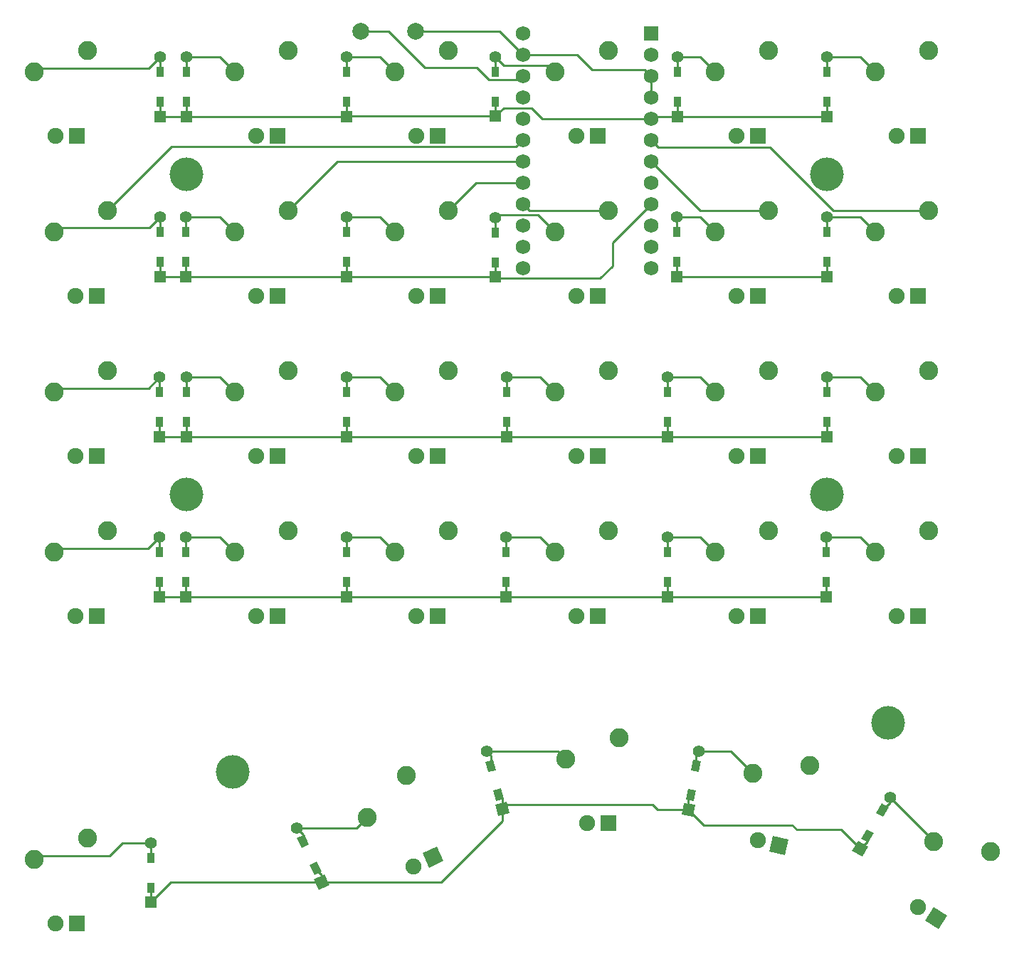
<source format=gtl>
%TF.GenerationSoftware,KiCad,Pcbnew,5.1.10-88a1d61d58~90~ubuntu20.04.1*%
%TF.CreationDate,2021-08-22T16:14:45+02:00*%
%TF.ProjectId,knuckle-pad,6b6e7563-6b6c-4652-9d70-61642e6b6963,rev?*%
%TF.SameCoordinates,Original*%
%TF.FileFunction,Copper,L1,Top*%
%TF.FilePolarity,Positive*%
%FSLAX46Y46*%
G04 Gerber Fmt 4.6, Leading zero omitted, Abs format (unit mm)*
G04 Created by KiCad (PCBNEW 5.1.10-88a1d61d58~90~ubuntu20.04.1) date 2021-08-22 16:14:45*
%MOMM*%
%LPD*%
G01*
G04 APERTURE LIST*
%TA.AperFunction,ComponentPad*%
%ADD10C,4.000000*%
%TD*%
%TA.AperFunction,ComponentPad*%
%ADD11C,1.752600*%
%TD*%
%TA.AperFunction,ComponentPad*%
%ADD12R,1.752600X1.752600*%
%TD*%
%TA.AperFunction,ComponentPad*%
%ADD13R,1.905000X1.905000*%
%TD*%
%TA.AperFunction,ComponentPad*%
%ADD14C,1.905000*%
%TD*%
%TA.AperFunction,ComponentPad*%
%ADD15C,2.250000*%
%TD*%
%TA.AperFunction,ComponentPad*%
%ADD16C,2.000000*%
%TD*%
%TA.AperFunction,ComponentPad*%
%ADD17C,0.100000*%
%TD*%
%TA.AperFunction,SMDPad,CuDef*%
%ADD18C,0.100000*%
%TD*%
%TA.AperFunction,ComponentPad*%
%ADD19C,1.397000*%
%TD*%
%TA.AperFunction,SMDPad,CuDef*%
%ADD20R,0.950000X1.300000*%
%TD*%
%TA.AperFunction,ComponentPad*%
%ADD21R,1.397000X1.397000*%
%TD*%
%TA.AperFunction,Conductor*%
%ADD22C,0.250000*%
%TD*%
G04 APERTURE END LIST*
D10*
%TO.P,H6,*%
%TO.N,*%
X188722000Y-118364000D03*
%TD*%
D11*
%TO.P,U1,24*%
%TO.N,Net-(U1-Pad24)*%
X145288000Y-36322000D03*
%TO.P,U1,12*%
%TO.N,row4*%
X160528000Y-64262000D03*
%TO.P,U1,23*%
%TO.N,GND*%
X145288000Y-38862000D03*
%TO.P,U1,22*%
%TO.N,RST*%
X145288000Y-41402000D03*
%TO.P,U1,21*%
%TO.N,VCC*%
X145288000Y-43942000D03*
%TO.P,U1,20*%
%TO.N,Net-(U1-Pad20)*%
X145288000Y-46482000D03*
%TO.P,U1,19*%
%TO.N,col0*%
X145288000Y-49022000D03*
%TO.P,U1,18*%
%TO.N,col1*%
X145288000Y-51562000D03*
%TO.P,U1,17*%
%TO.N,col2*%
X145288000Y-54102000D03*
%TO.P,U1,16*%
%TO.N,col3*%
X145288000Y-56642000D03*
%TO.P,U1,15*%
%TO.N,Net-(U1-Pad15)*%
X145288000Y-59182000D03*
%TO.P,U1,14*%
%TO.N,Net-(U1-Pad14)*%
X145288000Y-61722000D03*
%TO.P,U1,13*%
%TO.N,Net-(U1-Pad13)*%
X145288000Y-64262000D03*
%TO.P,U1,11*%
%TO.N,row3*%
X160528000Y-61722000D03*
%TO.P,U1,10*%
%TO.N,row2*%
X160528000Y-59182000D03*
%TO.P,U1,9*%
%TO.N,row1*%
X160528000Y-56642000D03*
%TO.P,U1,8*%
%TO.N,Net-(U1-Pad8)*%
X160528000Y-54102000D03*
%TO.P,U1,7*%
%TO.N,col4*%
X160528000Y-51562000D03*
%TO.P,U1,6*%
%TO.N,col5*%
X160528000Y-49022000D03*
%TO.P,U1,5*%
%TO.N,row0*%
X160528000Y-46482000D03*
%TO.P,U1,4*%
%TO.N,GND*%
X160528000Y-43942000D03*
%TO.P,U1,3*%
X160528000Y-41402000D03*
%TO.P,U1,2*%
%TO.N,Net-(U1-Pad2)*%
X160528000Y-38862000D03*
D12*
%TO.P,U1,1*%
%TO.N,Net-(U1-Pad1)*%
X160528000Y-36322000D03*
%TD*%
D13*
%TO.P,SW1,4*%
%TO.N,N/C*%
X92227400Y-48514000D03*
D14*
%TO.P,SW1,3*%
X89687400Y-48514000D03*
D15*
%TO.P,SW1,2*%
%TO.N,col0*%
X93497400Y-38354000D03*
%TO.P,SW1,1*%
%TO.N,Net-(D1-Pad2)*%
X87147400Y-40894000D03*
%TD*%
D16*
%TO.P,RST1,1*%
%TO.N,RST*%
X126036000Y-36068000D03*
%TO.P,RST1,2*%
%TO.N,GND*%
X132536000Y-36068000D03*
%TD*%
%TA.AperFunction,ComponentPad*%
D17*
%TO.P,SW29,4*%
%TO.N,N/C*%
G36*
X193160517Y-141936100D02*
G01*
X194170013Y-140320568D01*
X195785545Y-141330064D01*
X194776049Y-142945596D01*
X193160517Y-141936100D01*
G37*
%TD.AperFunction*%
D14*
%TO.P,SW29,3*%
X192318989Y-140287087D03*
D15*
%TO.P,SW29,2*%
%TO.N,col5*%
X200934032Y-133689911D03*
%TO.P,SW29,1*%
%TO.N,Net-(D29-Pad2)*%
X194202932Y-132478965D03*
%TD*%
D13*
%TO.P,SW28,4*%
%TO.N,N/C*%
X192278000Y-105664000D03*
D14*
%TO.P,SW28,3*%
X189738000Y-105664000D03*
D15*
%TO.P,SW28,2*%
%TO.N,col5*%
X193548000Y-95504000D03*
%TO.P,SW28,1*%
%TO.N,Net-(D28-Pad2)*%
X187198000Y-98044000D03*
%TD*%
D13*
%TO.P,SW27,4*%
%TO.N,N/C*%
X192278000Y-86614000D03*
D14*
%TO.P,SW27,3*%
X189738000Y-86614000D03*
D15*
%TO.P,SW27,2*%
%TO.N,col5*%
X193548000Y-76454000D03*
%TO.P,SW27,1*%
%TO.N,Net-(D27-Pad2)*%
X187198000Y-78994000D03*
%TD*%
D13*
%TO.P,SW26,4*%
%TO.N,N/C*%
X192278000Y-67564000D03*
D14*
%TO.P,SW26,3*%
X189738000Y-67564000D03*
D15*
%TO.P,SW26,2*%
%TO.N,col5*%
X193548000Y-57404000D03*
%TO.P,SW26,1*%
%TO.N,Net-(D26-Pad2)*%
X187198000Y-59944000D03*
%TD*%
D13*
%TO.P,SW25,4*%
%TO.N,N/C*%
X192278000Y-48514000D03*
D14*
%TO.P,SW25,3*%
X189738000Y-48514000D03*
D15*
%TO.P,SW25,2*%
%TO.N,col5*%
X193548000Y-38354000D03*
%TO.P,SW25,1*%
%TO.N,Net-(D25-Pad2)*%
X187198000Y-40894000D03*
%TD*%
%TA.AperFunction,ComponentPad*%
D17*
%TO.P,SW24,4*%
%TO.N,N/C*%
G36*
X174616675Y-133692119D02*
G01*
X175077536Y-131843706D01*
X176925949Y-132304567D01*
X176465088Y-134152980D01*
X174616675Y-133692119D01*
G37*
%TD.AperFunction*%
D14*
%TO.P,SW24,3*%
X173306761Y-132383861D03*
D15*
%TO.P,SW24,2*%
%TO.N,col4*%
X179461514Y-123447379D03*
%TO.P,SW24,1*%
%TO.N,Net-(D24-Pad2)*%
X172685655Y-124375726D03*
%TD*%
D13*
%TO.P,SW23,4*%
%TO.N,N/C*%
X173228000Y-105664000D03*
D14*
%TO.P,SW23,3*%
X170688000Y-105664000D03*
D15*
%TO.P,SW23,2*%
%TO.N,col4*%
X174498000Y-95504000D03*
%TO.P,SW23,1*%
%TO.N,Net-(D23-Pad2)*%
X168148000Y-98044000D03*
%TD*%
D13*
%TO.P,SW22,4*%
%TO.N,N/C*%
X173228000Y-86614000D03*
D14*
%TO.P,SW22,3*%
X170688000Y-86614000D03*
D15*
%TO.P,SW22,2*%
%TO.N,col4*%
X174498000Y-76454000D03*
%TO.P,SW22,1*%
%TO.N,Net-(D22-Pad2)*%
X168148000Y-78994000D03*
%TD*%
D13*
%TO.P,SW21,4*%
%TO.N,N/C*%
X173228000Y-67564000D03*
D14*
%TO.P,SW21,3*%
X170688000Y-67564000D03*
D15*
%TO.P,SW21,2*%
%TO.N,col4*%
X174498000Y-57404000D03*
%TO.P,SW21,1*%
%TO.N,Net-(D21-Pad2)*%
X168148000Y-59944000D03*
%TD*%
D13*
%TO.P,SW20,4*%
%TO.N,N/C*%
X173228000Y-48514000D03*
D14*
%TO.P,SW20,3*%
X170688000Y-48514000D03*
D15*
%TO.P,SW20,2*%
%TO.N,col4*%
X174498000Y-38354000D03*
%TO.P,SW20,1*%
%TO.N,Net-(D20-Pad2)*%
X168148000Y-40894000D03*
%TD*%
D13*
%TO.P,SW19,4*%
%TO.N,N/C*%
X155448000Y-130302000D03*
D14*
%TO.P,SW19,3*%
X152908000Y-130302000D03*
D15*
%TO.P,SW19,2*%
%TO.N,col3*%
X156718000Y-120142000D03*
%TO.P,SW19,1*%
%TO.N,Net-(D19-Pad2)*%
X150368000Y-122682000D03*
%TD*%
D13*
%TO.P,SW18,4*%
%TO.N,N/C*%
X154178000Y-105664000D03*
D14*
%TO.P,SW18,3*%
X151638000Y-105664000D03*
D15*
%TO.P,SW18,2*%
%TO.N,col3*%
X155448000Y-95504000D03*
%TO.P,SW18,1*%
%TO.N,Net-(D18-Pad2)*%
X149098000Y-98044000D03*
%TD*%
D13*
%TO.P,SW17,4*%
%TO.N,N/C*%
X154178000Y-86614000D03*
D14*
%TO.P,SW17,3*%
X151638000Y-86614000D03*
D15*
%TO.P,SW17,2*%
%TO.N,col3*%
X155448000Y-76454000D03*
%TO.P,SW17,1*%
%TO.N,Net-(D17-Pad2)*%
X149098000Y-78994000D03*
%TD*%
D13*
%TO.P,SW16,4*%
%TO.N,N/C*%
X154178000Y-67564000D03*
D14*
%TO.P,SW16,3*%
X151638000Y-67564000D03*
D15*
%TO.P,SW16,2*%
%TO.N,col3*%
X155448000Y-57404000D03*
%TO.P,SW16,1*%
%TO.N,Net-(D16-Pad2)*%
X149098000Y-59944000D03*
%TD*%
D13*
%TO.P,SW15,4*%
%TO.N,N/C*%
X154178000Y-48514000D03*
D14*
%TO.P,SW15,3*%
X151638000Y-48514000D03*
D15*
%TO.P,SW15,2*%
%TO.N,col3*%
X155448000Y-38354000D03*
%TO.P,SW15,1*%
%TO.N,Net-(D15-Pad2)*%
X149098000Y-40894000D03*
%TD*%
%TA.AperFunction,ComponentPad*%
D17*
%TO.P,SW14,4*%
%TO.N,N/C*%
G36*
X134155198Y-135635120D02*
G01*
X133350110Y-133908604D01*
X135076626Y-133103516D01*
X135881714Y-134830032D01*
X134155198Y-135635120D01*
G37*
%TD.AperFunction*%
D14*
%TO.P,SW14,3*%
X132313890Y-135442769D03*
D15*
%TO.P,SW14,2*%
%TO.N,col2*%
X131473121Y-124624506D03*
%TO.P,SW14,1*%
%TO.N,Net-(D14-Pad2)*%
X126791517Y-129610154D03*
%TD*%
D13*
%TO.P,SW13,4*%
%TO.N,N/C*%
X135128000Y-105664000D03*
D14*
%TO.P,SW13,3*%
X132588000Y-105664000D03*
D15*
%TO.P,SW13,2*%
%TO.N,col2*%
X136398000Y-95504000D03*
%TO.P,SW13,1*%
%TO.N,Net-(D13-Pad2)*%
X130048000Y-98044000D03*
%TD*%
D13*
%TO.P,SW12,4*%
%TO.N,N/C*%
X135128000Y-86614000D03*
D14*
%TO.P,SW12,3*%
X132588000Y-86614000D03*
D15*
%TO.P,SW12,2*%
%TO.N,col2*%
X136398000Y-76454000D03*
%TO.P,SW12,1*%
%TO.N,Net-(D12-Pad2)*%
X130048000Y-78994000D03*
%TD*%
D13*
%TO.P,SW11,4*%
%TO.N,N/C*%
X135128000Y-67564000D03*
D14*
%TO.P,SW11,3*%
X132588000Y-67564000D03*
D15*
%TO.P,SW11,2*%
%TO.N,col2*%
X136398000Y-57404000D03*
%TO.P,SW11,1*%
%TO.N,Net-(D11-Pad2)*%
X130048000Y-59944000D03*
%TD*%
D13*
%TO.P,SW10,4*%
%TO.N,N/C*%
X135128000Y-48514000D03*
D14*
%TO.P,SW10,3*%
X132588000Y-48514000D03*
D15*
%TO.P,SW10,2*%
%TO.N,col2*%
X136398000Y-38354000D03*
%TO.P,SW10,1*%
%TO.N,Net-(D10-Pad2)*%
X130048000Y-40894000D03*
%TD*%
D13*
%TO.P,SW9,4*%
%TO.N,N/C*%
X116078000Y-105664000D03*
D14*
%TO.P,SW9,3*%
X113538000Y-105664000D03*
D15*
%TO.P,SW9,2*%
%TO.N,col1*%
X117348000Y-95504000D03*
%TO.P,SW9,1*%
%TO.N,Net-(D9-Pad2)*%
X110998000Y-98044000D03*
%TD*%
D13*
%TO.P,SW8,4*%
%TO.N,N/C*%
X116078000Y-86614000D03*
D14*
%TO.P,SW8,3*%
X113538000Y-86614000D03*
D15*
%TO.P,SW8,2*%
%TO.N,col1*%
X117348000Y-76454000D03*
%TO.P,SW8,1*%
%TO.N,Net-(D8-Pad2)*%
X110998000Y-78994000D03*
%TD*%
D13*
%TO.P,SW7,4*%
%TO.N,N/C*%
X116078000Y-67564000D03*
D14*
%TO.P,SW7,3*%
X113538000Y-67564000D03*
D15*
%TO.P,SW7,2*%
%TO.N,col1*%
X117348000Y-57404000D03*
%TO.P,SW7,1*%
%TO.N,Net-(D7-Pad2)*%
X110998000Y-59944000D03*
%TD*%
D13*
%TO.P,SW6,4*%
%TO.N,N/C*%
X116078000Y-48514000D03*
D14*
%TO.P,SW6,3*%
X113538000Y-48514000D03*
D15*
%TO.P,SW6,2*%
%TO.N,col1*%
X117348000Y-38354000D03*
%TO.P,SW6,1*%
%TO.N,Net-(D6-Pad2)*%
X110998000Y-40894000D03*
%TD*%
D13*
%TO.P,SW5,4*%
%TO.N,N/C*%
X92202000Y-142240000D03*
D14*
%TO.P,SW5,3*%
X89662000Y-142240000D03*
D15*
%TO.P,SW5,2*%
%TO.N,col0*%
X93472000Y-132080000D03*
%TO.P,SW5,1*%
%TO.N,Net-(D5-Pad2)*%
X87122000Y-134620000D03*
%TD*%
D13*
%TO.P,SW4,4*%
%TO.N,N/C*%
X94615000Y-105664000D03*
D14*
%TO.P,SW4,3*%
X92075000Y-105664000D03*
D15*
%TO.P,SW4,2*%
%TO.N,col0*%
X95885000Y-95504000D03*
%TO.P,SW4,1*%
%TO.N,Net-(D4-Pad2)*%
X89535000Y-98044000D03*
%TD*%
D13*
%TO.P,SW3,4*%
%TO.N,N/C*%
X94615000Y-86614000D03*
D14*
%TO.P,SW3,3*%
X92075000Y-86614000D03*
D15*
%TO.P,SW3,2*%
%TO.N,col0*%
X95885000Y-76454000D03*
%TO.P,SW3,1*%
%TO.N,Net-(D3-Pad2)*%
X89535000Y-78994000D03*
%TD*%
D13*
%TO.P,SW2,4*%
%TO.N,N/C*%
X94615000Y-67564000D03*
D14*
%TO.P,SW2,3*%
X92075000Y-67564000D03*
D15*
%TO.P,SW2,2*%
%TO.N,col0*%
X95885000Y-57404000D03*
%TO.P,SW2,1*%
%TO.N,Net-(D2-Pad2)*%
X89535000Y-59944000D03*
%TD*%
D10*
%TO.P,H5,*%
%TO.N,*%
X181483000Y-53086000D03*
%TD*%
%TO.P,H4,*%
%TO.N,*%
X105283000Y-91186000D03*
%TD*%
%TO.P,H3,*%
%TO.N,*%
X110744000Y-124206000D03*
%TD*%
%TO.P,H2,*%
%TO.N,*%
X105283000Y-53086000D03*
%TD*%
%TO.P,H1,*%
%TO.N,*%
X181483000Y-91186000D03*
%TD*%
%TA.AperFunction,SMDPad,CuDef*%
D18*
%TO.P,D29,2*%
%TO.N,Net-(D29-Pad2)*%
G36*
X188171862Y-129565222D02*
G01*
X187349138Y-129090222D01*
X187999138Y-127964388D01*
X188821862Y-128439388D01*
X188171862Y-129565222D01*
G37*
%TD.AperFunction*%
%TA.AperFunction,SMDPad,CuDef*%
%TO.P,D29,1*%
%TO.N,row4*%
G36*
X186396862Y-132639612D02*
G01*
X185574138Y-132164612D01*
X186224138Y-131038778D01*
X187046862Y-131513778D01*
X186396862Y-132639612D01*
G37*
%TD.AperFunction*%
%TA.AperFunction,ComponentPad*%
D17*
G36*
X185678669Y-134330559D02*
G01*
X184468831Y-133632059D01*
X185167331Y-132422221D01*
X186377169Y-133120721D01*
X185678669Y-134330559D01*
G37*
%TD.AperFunction*%
D19*
%TO.P,D29,2*%
%TO.N,Net-(D29-Pad2)*%
X188973000Y-127227610D03*
%TD*%
D20*
%TO.P,D28,2*%
%TO.N,Net-(D28-Pad2)*%
X181432200Y-98047000D03*
%TO.P,D28,1*%
%TO.N,row3*%
X181432200Y-101597000D03*
D21*
X181432200Y-103372000D03*
D19*
%TO.P,D28,2*%
%TO.N,Net-(D28-Pad2)*%
X181432200Y-96272000D03*
%TD*%
D20*
%TO.P,D27,2*%
%TO.N,Net-(D27-Pad2)*%
X181483000Y-79003000D03*
%TO.P,D27,1*%
%TO.N,row2*%
X181483000Y-82553000D03*
D21*
X181483000Y-84328000D03*
D19*
%TO.P,D27,2*%
%TO.N,Net-(D27-Pad2)*%
X181483000Y-77228000D03*
%TD*%
D20*
%TO.P,D26,2*%
%TO.N,Net-(D26-Pad2)*%
X181483000Y-59947000D03*
%TO.P,D26,1*%
%TO.N,row1*%
X181483000Y-63497000D03*
D21*
X181483000Y-65272000D03*
D19*
%TO.P,D26,2*%
%TO.N,Net-(D26-Pad2)*%
X181483000Y-58172000D03*
%TD*%
D20*
%TO.P,D25,2*%
%TO.N,Net-(D25-Pad2)*%
X181483000Y-40897000D03*
%TO.P,D25,1*%
%TO.N,row0*%
X181483000Y-44447000D03*
D21*
X181483000Y-46222000D03*
D19*
%TO.P,D25,2*%
%TO.N,Net-(D25-Pad2)*%
X181483000Y-39122000D03*
%TD*%
%TA.AperFunction,SMDPad,CuDef*%
D18*
%TO.P,D24,2*%
%TO.N,Net-(D24-Pad2)*%
G36*
X166271138Y-124196574D02*
G01*
X165335571Y-124031608D01*
X165561314Y-122751358D01*
X166496881Y-122916324D01*
X166271138Y-124196574D01*
G37*
%TD.AperFunction*%
%TA.AperFunction,SMDPad,CuDef*%
%TO.P,D24,1*%
%TO.N,row4*%
G36*
X165654686Y-127692642D02*
G01*
X164719119Y-127527676D01*
X164944862Y-126247426D01*
X165880429Y-126412392D01*
X165654686Y-127692642D01*
G37*
%TD.AperFunction*%
%TA.AperFunction,ComponentPad*%
D17*
G36*
X165558144Y-129527249D02*
G01*
X164182368Y-129284663D01*
X164424954Y-127908887D01*
X165800730Y-128151473D01*
X165558144Y-129527249D01*
G37*
%TD.AperFunction*%
D19*
%TO.P,D24,2*%
%TO.N,Net-(D24-Pad2)*%
X166224451Y-121725932D03*
%TD*%
D20*
%TO.P,D23,2*%
%TO.N,Net-(D23-Pad2)*%
X162509200Y-98050000D03*
%TO.P,D23,1*%
%TO.N,row3*%
X162509200Y-101600000D03*
D21*
X162509200Y-103375000D03*
D19*
%TO.P,D23,2*%
%TO.N,Net-(D23-Pad2)*%
X162509200Y-96275000D03*
%TD*%
D20*
%TO.P,D22,2*%
%TO.N,Net-(D22-Pad2)*%
X162509200Y-79003000D03*
%TO.P,D22,1*%
%TO.N,row2*%
X162509200Y-82553000D03*
D21*
X162509200Y-84328000D03*
D19*
%TO.P,D22,2*%
%TO.N,Net-(D22-Pad2)*%
X162509200Y-77228000D03*
%TD*%
D20*
%TO.P,D21,2*%
%TO.N,Net-(D21-Pad2)*%
X163639500Y-59947000D03*
%TO.P,D21,1*%
%TO.N,row1*%
X163639500Y-63497000D03*
D21*
X163639500Y-65272000D03*
D19*
%TO.P,D21,2*%
%TO.N,Net-(D21-Pad2)*%
X163639500Y-58172000D03*
%TD*%
D20*
%TO.P,D20,2*%
%TO.N,Net-(D20-Pad2)*%
X163703000Y-40897000D03*
%TO.P,D20,1*%
%TO.N,row0*%
X163703000Y-44447000D03*
D21*
X163703000Y-46222000D03*
D19*
%TO.P,D20,2*%
%TO.N,Net-(D20-Pad2)*%
X163703000Y-39122000D03*
%TD*%
%TA.AperFunction,SMDPad,CuDef*%
D18*
%TO.P,D19,2*%
%TO.N,Net-(D19-Pad2)*%
G36*
X142105047Y-124012395D02*
G01*
X141187418Y-124258273D01*
X140850953Y-123002569D01*
X141768582Y-122756691D01*
X142105047Y-124012395D01*
G37*
%TD.AperFunction*%
%TA.AperFunction,SMDPad,CuDef*%
%TO.P,D19,1*%
%TO.N,row4*%
G36*
X143023855Y-127441431D02*
G01*
X142106226Y-127687309D01*
X141769761Y-126431605D01*
X142687390Y-126185727D01*
X143023855Y-127441431D01*
G37*
%TD.AperFunction*%
%TA.AperFunction,ComponentPad*%
D17*
G36*
X143711696Y-129144951D02*
G01*
X142362298Y-129506521D01*
X142000728Y-128157123D01*
X143350126Y-127795553D01*
X143711696Y-129144951D01*
G37*
%TD.AperFunction*%
D19*
%TO.P,D19,2*%
%TO.N,Net-(D19-Pad2)*%
X141018596Y-121792963D03*
%TD*%
D20*
%TO.P,D18,2*%
%TO.N,Net-(D18-Pad2)*%
X143256000Y-98050000D03*
%TO.P,D18,1*%
%TO.N,row3*%
X143256000Y-101600000D03*
D21*
X143256000Y-103375000D03*
D19*
%TO.P,D18,2*%
%TO.N,Net-(D18-Pad2)*%
X143256000Y-96275000D03*
%TD*%
D20*
%TO.P,D17,2*%
%TO.N,Net-(D17-Pad2)*%
X143383000Y-79003000D03*
%TO.P,D17,1*%
%TO.N,row2*%
X143383000Y-82553000D03*
D21*
X143383000Y-84328000D03*
D19*
%TO.P,D17,2*%
%TO.N,Net-(D17-Pad2)*%
X143383000Y-77228000D03*
%TD*%
D20*
%TO.P,D16,2*%
%TO.N,Net-(D16-Pad2)*%
X141986000Y-60010500D03*
%TO.P,D16,1*%
%TO.N,row1*%
X141986000Y-63560500D03*
D21*
X141986000Y-65335500D03*
D19*
%TO.P,D16,2*%
%TO.N,Net-(D16-Pad2)*%
X141986000Y-58235500D03*
%TD*%
D20*
%TO.P,D15,2*%
%TO.N,Net-(D15-Pad2)*%
X142036800Y-40874600D03*
%TO.P,D15,1*%
%TO.N,row0*%
X142036800Y-44424600D03*
D21*
X142036800Y-46199600D03*
D19*
%TO.P,D15,2*%
%TO.N,Net-(D15-Pad2)*%
X142036800Y-39099600D03*
%TD*%
%TA.AperFunction,SMDPad,CuDef*%
D18*
%TO.P,D14,2*%
%TO.N,Net-(D14-Pad2)*%
G36*
X119843051Y-132891660D02*
G01*
X118982059Y-133293148D01*
X118432655Y-132114948D01*
X119293647Y-131713460D01*
X119843051Y-132891660D01*
G37*
%TD.AperFunction*%
%TA.AperFunction,SMDPad,CuDef*%
%TO.P,D14,1*%
%TO.N,row4*%
G36*
X121343345Y-136109052D02*
G01*
X120482353Y-136510540D01*
X119932949Y-135332340D01*
X120793941Y-134930852D01*
X121343345Y-136109052D01*
G37*
%TD.AperFunction*%
%TA.AperFunction,ComponentPad*%
D17*
G36*
X122316550Y-137667250D02*
G01*
X121050438Y-138257648D01*
X120460040Y-136991536D01*
X121726152Y-136401138D01*
X122316550Y-137667250D01*
G37*
%TD.AperFunction*%
D19*
%TO.P,D14,2*%
%TO.N,Net-(D14-Pad2)*%
X118387705Y-130894607D03*
%TD*%
D20*
%TO.P,D13,2*%
%TO.N,Net-(D13-Pad2)*%
X124358400Y-98047000D03*
%TO.P,D13,1*%
%TO.N,row3*%
X124358400Y-101597000D03*
D21*
X124358400Y-103372000D03*
D19*
%TO.P,D13,2*%
%TO.N,Net-(D13-Pad2)*%
X124358400Y-96272000D03*
%TD*%
D20*
%TO.P,D12,2*%
%TO.N,Net-(D12-Pad2)*%
X124333000Y-79003000D03*
%TO.P,D12,1*%
%TO.N,row2*%
X124333000Y-82553000D03*
D21*
X124333000Y-84328000D03*
D19*
%TO.P,D12,2*%
%TO.N,Net-(D12-Pad2)*%
X124333000Y-77228000D03*
%TD*%
D20*
%TO.P,D11,2*%
%TO.N,Net-(D11-Pad2)*%
X124333000Y-59947000D03*
%TO.P,D11,1*%
%TO.N,row1*%
X124333000Y-63497000D03*
D21*
X124333000Y-65272000D03*
D19*
%TO.P,D11,2*%
%TO.N,Net-(D11-Pad2)*%
X124333000Y-58172000D03*
%TD*%
D20*
%TO.P,D10,2*%
%TO.N,Net-(D10-Pad2)*%
X124307600Y-40897000D03*
%TO.P,D10,1*%
%TO.N,row0*%
X124307600Y-44447000D03*
D21*
X124307600Y-46222000D03*
D19*
%TO.P,D10,2*%
%TO.N,Net-(D10-Pad2)*%
X124307600Y-39122000D03*
%TD*%
D20*
%TO.P,D9,2*%
%TO.N,Net-(D9-Pad2)*%
X105219500Y-98053000D03*
%TO.P,D9,1*%
%TO.N,row3*%
X105219500Y-101603000D03*
D21*
X105219500Y-103378000D03*
D19*
%TO.P,D9,2*%
%TO.N,Net-(D9-Pad2)*%
X105219500Y-96278000D03*
%TD*%
D20*
%TO.P,D8,2*%
%TO.N,Net-(D8-Pad2)*%
X105283000Y-79003000D03*
%TO.P,D8,1*%
%TO.N,row2*%
X105283000Y-82553000D03*
D21*
X105283000Y-84328000D03*
D19*
%TO.P,D8,2*%
%TO.N,Net-(D8-Pad2)*%
X105283000Y-77228000D03*
%TD*%
D20*
%TO.P,D7,2*%
%TO.N,Net-(D7-Pad2)*%
X105219500Y-59947000D03*
%TO.P,D7,1*%
%TO.N,row1*%
X105219500Y-63497000D03*
D21*
X105219500Y-65272000D03*
D19*
%TO.P,D7,2*%
%TO.N,Net-(D7-Pad2)*%
X105219500Y-58172000D03*
%TD*%
D20*
%TO.P,D6,2*%
%TO.N,Net-(D6-Pad2)*%
X105257600Y-40897000D03*
%TO.P,D6,1*%
%TO.N,row0*%
X105257600Y-44447000D03*
D21*
X105257600Y-46222000D03*
D19*
%TO.P,D6,2*%
%TO.N,Net-(D6-Pad2)*%
X105257600Y-39122000D03*
%TD*%
D20*
%TO.P,D5,2*%
%TO.N,Net-(D5-Pad2)*%
X101028500Y-134432500D03*
%TO.P,D5,1*%
%TO.N,row4*%
X101028500Y-137982500D03*
D21*
X101028500Y-139757500D03*
D19*
%TO.P,D5,2*%
%TO.N,Net-(D5-Pad2)*%
X101028500Y-132657500D03*
%TD*%
D20*
%TO.P,D4,2*%
%TO.N,Net-(D4-Pad2)*%
X102031800Y-98047000D03*
%TO.P,D4,1*%
%TO.N,row3*%
X102031800Y-101597000D03*
D21*
X102031800Y-103372000D03*
D19*
%TO.P,D4,2*%
%TO.N,Net-(D4-Pad2)*%
X102031800Y-96272000D03*
%TD*%
D20*
%TO.P,D3,2*%
%TO.N,Net-(D3-Pad2)*%
X102082600Y-78997000D03*
%TO.P,D3,1*%
%TO.N,row2*%
X102082600Y-82547000D03*
D21*
X102082600Y-84322000D03*
D19*
%TO.P,D3,2*%
%TO.N,Net-(D3-Pad2)*%
X102082600Y-77222000D03*
%TD*%
D20*
%TO.P,D2,2*%
%TO.N,Net-(D2-Pad2)*%
X102108000Y-59947000D03*
%TO.P,D2,1*%
%TO.N,row1*%
X102108000Y-63497000D03*
D21*
X102108000Y-65272000D03*
D19*
%TO.P,D2,2*%
%TO.N,Net-(D2-Pad2)*%
X102108000Y-58172000D03*
%TD*%
%TO.P,D1,2*%
%TO.N,Net-(D1-Pad2)*%
X102108000Y-39122000D03*
D21*
%TO.P,D1,1*%
%TO.N,row0*%
X102108000Y-46222000D03*
D20*
X102108000Y-44447000D03*
%TO.P,D1,2*%
%TO.N,Net-(D1-Pad2)*%
X102108000Y-40897000D03*
%TD*%
D22*
%TO.N,row0*%
X181483000Y-44447000D02*
X181483000Y-46222000D01*
X181483000Y-46222000D02*
X163703000Y-46222000D01*
X163703000Y-46222000D02*
X163703000Y-44447000D01*
X142036800Y-46199600D02*
X142036800Y-44424600D01*
X124330000Y-46199600D02*
X124307600Y-46222000D01*
X142036800Y-46199600D02*
X124330000Y-46199600D01*
X124307600Y-46222000D02*
X124307600Y-44447000D01*
X124307600Y-46222000D02*
X105257600Y-46222000D01*
X105257600Y-46222000D02*
X105257600Y-44447000D01*
X105257600Y-46222000D02*
X102108000Y-46222000D01*
X102108000Y-46222000D02*
X102108000Y-44447000D01*
X160788000Y-46222000D02*
X160528000Y-46482000D01*
X163703000Y-46222000D02*
X160788000Y-46222000D01*
X160528000Y-46482000D02*
X147574000Y-46482000D01*
X147574000Y-46482000D02*
X146304000Y-45212000D01*
X143024400Y-45212000D02*
X142036800Y-46199600D01*
X146304000Y-45212000D02*
X143024400Y-45212000D01*
%TO.N,Net-(D1-Pad2)*%
X102108000Y-39122000D02*
X100780500Y-40449500D01*
X87591900Y-40449500D02*
X87147400Y-40894000D01*
X100780500Y-40449500D02*
X87591900Y-40449500D01*
X102108000Y-40897000D02*
X102108000Y-39122000D01*
%TO.N,row1*%
X181483000Y-63497000D02*
X181483000Y-65272000D01*
X181483000Y-65272000D02*
X163639500Y-65272000D01*
X163639500Y-65272000D02*
X163639500Y-63497000D01*
X141986000Y-65335500D02*
X141986000Y-63560500D01*
X124396500Y-65335500D02*
X124333000Y-65272000D01*
X141986000Y-65335500D02*
X124396500Y-65335500D01*
X124333000Y-65272000D02*
X124333000Y-63497000D01*
X124333000Y-65272000D02*
X105219500Y-65272000D01*
X105219500Y-65272000D02*
X105219500Y-63497000D01*
X105219500Y-65272000D02*
X102108000Y-65272000D01*
X102108000Y-65272000D02*
X102108000Y-63497000D01*
X160528000Y-56642000D02*
X155956000Y-61214000D01*
X155956000Y-61214000D02*
X155956000Y-64008000D01*
X142113801Y-65463301D02*
X141986000Y-65335500D01*
X154500699Y-65463301D02*
X142113801Y-65463301D01*
X155956000Y-64008000D02*
X154500699Y-65463301D01*
%TO.N,Net-(D2-Pad2)*%
X102108000Y-59947000D02*
X102108000Y-58172000D01*
X90043000Y-59436000D02*
X89535000Y-59944000D01*
X102108000Y-58172000D02*
X100844000Y-59436000D01*
X100844000Y-59436000D02*
X90043000Y-59436000D01*
%TO.N,row2*%
X181483000Y-82553000D02*
X181483000Y-84328000D01*
X181483000Y-84328000D02*
X162509200Y-84328000D01*
X162509200Y-84328000D02*
X162509200Y-82553000D01*
X162509200Y-84328000D02*
X143383000Y-84328000D01*
X143383000Y-84328000D02*
X143383000Y-82553000D01*
X143383000Y-84328000D02*
X124333000Y-84328000D01*
X124333000Y-84328000D02*
X124333000Y-82553000D01*
X124333000Y-84328000D02*
X105283000Y-84328000D01*
X105283000Y-84328000D02*
X105283000Y-82553000D01*
X102088600Y-84328000D02*
X102082600Y-84322000D01*
X105283000Y-84328000D02*
X102088600Y-84328000D01*
X102082600Y-84322000D02*
X102082600Y-82547000D01*
%TO.N,Net-(D3-Pad2)*%
X102082600Y-78997000D02*
X102082600Y-77222000D01*
X102082600Y-77222000D02*
X100755100Y-78549500D01*
X89979500Y-78549500D02*
X89535000Y-78994000D01*
X100755100Y-78549500D02*
X89979500Y-78549500D01*
%TO.N,row3*%
X181432200Y-103372000D02*
X181432200Y-101597000D01*
X162512200Y-103372000D02*
X162509200Y-103375000D01*
X181432200Y-103372000D02*
X162512200Y-103372000D01*
X162509200Y-103375000D02*
X162509200Y-101600000D01*
X162509200Y-103375000D02*
X143256000Y-103375000D01*
X143256000Y-103375000D02*
X143256000Y-101600000D01*
X124361400Y-103375000D02*
X124358400Y-103372000D01*
X143256000Y-103375000D02*
X124361400Y-103375000D01*
X124358400Y-103372000D02*
X124358400Y-101597000D01*
X105225500Y-103372000D02*
X105219500Y-103378000D01*
X124358400Y-103372000D02*
X105225500Y-103372000D01*
X105219500Y-103378000D02*
X105219500Y-101603000D01*
X102037800Y-103378000D02*
X102031800Y-103372000D01*
X105219500Y-103378000D02*
X102037800Y-103378000D01*
X102031800Y-103372000D02*
X102031800Y-101597000D01*
%TO.N,Net-(D4-Pad2)*%
X102031800Y-98047000D02*
X102031800Y-96272000D01*
X102031800Y-96272000D02*
X100704300Y-97599500D01*
X89979500Y-97599500D02*
X89535000Y-98044000D01*
X100704300Y-97599500D02*
X89979500Y-97599500D01*
%TO.N,row4*%
X186310500Y-132488890D02*
X185423000Y-133376390D01*
X186310500Y-131839195D02*
X186310500Y-132488890D01*
X183152970Y-131106360D02*
X177905860Y-131106360D01*
X185423000Y-133376390D02*
X183152970Y-131106360D01*
X177905860Y-131106360D02*
X177355500Y-130556000D01*
X166829481Y-130556000D02*
X164991549Y-128718068D01*
X177355500Y-130556000D02*
X166829481Y-130556000D01*
X164991549Y-128718068D02*
X161293568Y-128718068D01*
X161293568Y-128718068D02*
X160718500Y-128143000D01*
X143364249Y-128143000D02*
X142856212Y-128651037D01*
X160718500Y-128143000D02*
X143364249Y-128143000D01*
X164991549Y-127278259D02*
X165299774Y-126970034D01*
X164991549Y-128718068D02*
X164991549Y-127278259D01*
X142856212Y-127395922D02*
X142396808Y-126936518D01*
X142856212Y-128651037D02*
X142856212Y-127395922D01*
X142856212Y-128651037D02*
X142856212Y-130066788D01*
X135593607Y-137329393D02*
X121388295Y-137329393D01*
X142856212Y-130066788D02*
X135593607Y-137329393D01*
X121388295Y-136470844D02*
X120638147Y-135720696D01*
X121388295Y-137329393D02*
X121388295Y-136470844D01*
X103456607Y-137329393D02*
X101028500Y-139757500D01*
X121388295Y-137329393D02*
X103456607Y-137329393D01*
X101028500Y-139757500D02*
X101028500Y-137982500D01*
%TO.N,Net-(D5-Pad2)*%
X101028500Y-134432500D02*
X101028500Y-132657500D01*
X101028500Y-132657500D02*
X97657000Y-132657500D01*
X97657000Y-132657500D02*
X96139000Y-134175500D01*
X87566500Y-134175500D02*
X87122000Y-134620000D01*
X96139000Y-134175500D02*
X87566500Y-134175500D01*
%TO.N,Net-(D6-Pad2)*%
X105257600Y-40897000D02*
X105257600Y-39122000D01*
X109226000Y-39122000D02*
X110998000Y-40894000D01*
X105257600Y-39122000D02*
X109226000Y-39122000D01*
%TO.N,Net-(D7-Pad2)*%
X105219500Y-59947000D02*
X105219500Y-58172000D01*
X109226000Y-58172000D02*
X110998000Y-59944000D01*
X105219500Y-58172000D02*
X109226000Y-58172000D01*
%TO.N,Net-(D8-Pad2)*%
X105283000Y-79003000D02*
X105283000Y-77228000D01*
X109232000Y-77228000D02*
X110998000Y-78994000D01*
X105283000Y-77228000D02*
X109232000Y-77228000D01*
%TO.N,Net-(D9-Pad2)*%
X105219500Y-98053000D02*
X105219500Y-96278000D01*
X109232000Y-96278000D02*
X110998000Y-98044000D01*
X105219500Y-96278000D02*
X109232000Y-96278000D01*
%TO.N,Net-(D10-Pad2)*%
X124307600Y-40897000D02*
X124307600Y-39122000D01*
X128276000Y-39122000D02*
X130048000Y-40894000D01*
X124307600Y-39122000D02*
X128276000Y-39122000D01*
%TO.N,Net-(D11-Pad2)*%
X124333000Y-59947000D02*
X124333000Y-58172000D01*
X128276000Y-58172000D02*
X130048000Y-59944000D01*
X124333000Y-58172000D02*
X128276000Y-58172000D01*
%TO.N,Net-(D12-Pad2)*%
X124333000Y-79003000D02*
X124333000Y-77228000D01*
X128282000Y-77228000D02*
X130048000Y-78994000D01*
X124333000Y-77228000D02*
X128282000Y-77228000D01*
%TO.N,Net-(D13-Pad2)*%
X124358400Y-98047000D02*
X124358400Y-96272000D01*
X128276000Y-96272000D02*
X130048000Y-98044000D01*
X124358400Y-96272000D02*
X128276000Y-96272000D01*
%TO.N,Net-(D14-Pad2)*%
X119137853Y-131644755D02*
X118387705Y-130894607D01*
X119137853Y-132503304D02*
X119137853Y-131644755D01*
X125507064Y-130894607D02*
X126791517Y-129610154D01*
X118387705Y-130894607D02*
X125507064Y-130894607D01*
%TO.N,Net-(D15-Pad2)*%
X142036800Y-40874600D02*
X142036800Y-39099600D01*
X142036800Y-39099600D02*
X143069200Y-40132000D01*
X148336000Y-40132000D02*
X149098000Y-40894000D01*
X143069200Y-40132000D02*
X148336000Y-40132000D01*
%TO.N,Net-(D16-Pad2)*%
X141986000Y-60010500D02*
X141986000Y-58235500D01*
X141986000Y-58235500D02*
X142309500Y-57912000D01*
X147066000Y-57912000D02*
X149098000Y-59944000D01*
X142309500Y-57912000D02*
X147066000Y-57912000D01*
%TO.N,Net-(D17-Pad2)*%
X143383000Y-79003000D02*
X143383000Y-77228000D01*
X147332000Y-77228000D02*
X149098000Y-78994000D01*
X143383000Y-77228000D02*
X147332000Y-77228000D01*
%TO.N,Net-(D18-Pad2)*%
X143256000Y-98050000D02*
X143256000Y-96275000D01*
X147329000Y-96275000D02*
X149098000Y-98044000D01*
X143256000Y-96275000D02*
X147329000Y-96275000D01*
%TO.N,Net-(D19-Pad2)*%
X141478000Y-122252367D02*
X141018596Y-121792963D01*
X141478000Y-123507482D02*
X141478000Y-122252367D01*
X149478963Y-121792963D02*
X150368000Y-122682000D01*
X141018596Y-121792963D02*
X149478963Y-121792963D01*
%TO.N,Net-(D20-Pad2)*%
X163703000Y-40897000D02*
X163703000Y-39122000D01*
X166376000Y-39122000D02*
X168148000Y-40894000D01*
X163703000Y-39122000D02*
X166376000Y-39122000D01*
%TO.N,Net-(D21-Pad2)*%
X163639500Y-59947000D02*
X163639500Y-58172000D01*
X166376000Y-58172000D02*
X168148000Y-59944000D01*
X163639500Y-58172000D02*
X166376000Y-58172000D01*
%TO.N,Net-(D22-Pad2)*%
X162509200Y-79003000D02*
X162509200Y-77228000D01*
X166382000Y-77228000D02*
X168148000Y-78994000D01*
X162509200Y-77228000D02*
X166382000Y-77228000D01*
%TO.N,Net-(D23-Pad2)*%
X162509200Y-98050000D02*
X162509200Y-96275000D01*
X166379000Y-96275000D02*
X168148000Y-98044000D01*
X162509200Y-96275000D02*
X166379000Y-96275000D01*
%TO.N,Net-(D24-Pad2)*%
X165916226Y-122034157D02*
X166224451Y-121725932D01*
X165916226Y-123473966D02*
X165916226Y-122034157D01*
X170035861Y-121725932D02*
X172685655Y-124375726D01*
X166224451Y-121725932D02*
X170035861Y-121725932D01*
%TO.N,Net-(D25-Pad2)*%
X185426000Y-39122000D02*
X187198000Y-40894000D01*
X181483000Y-39122000D02*
X185426000Y-39122000D01*
X181483000Y-39122000D02*
X181483000Y-40897000D01*
%TO.N,Net-(D26-Pad2)*%
X185426000Y-58172000D02*
X187198000Y-59944000D01*
X181483000Y-58172000D02*
X185426000Y-58172000D01*
X181483000Y-58172000D02*
X181483000Y-59947000D01*
%TO.N,Net-(D27-Pad2)*%
X185432000Y-77228000D02*
X187198000Y-78994000D01*
X181483000Y-77228000D02*
X185432000Y-77228000D01*
X181483000Y-79003000D02*
X181483000Y-77228000D01*
%TO.N,Net-(D28-Pad2)*%
X185426000Y-96272000D02*
X187198000Y-98044000D01*
X181432200Y-96272000D02*
X185426000Y-96272000D01*
X181432200Y-98047000D02*
X181432200Y-96272000D01*
%TO.N,Net-(D29-Pad2)*%
X194202932Y-132457542D02*
X194202932Y-132478965D01*
X188973000Y-127227610D02*
X194202932Y-132457542D01*
X188973000Y-127877305D02*
X188085500Y-128764805D01*
X188973000Y-127227610D02*
X188973000Y-127877305D01*
%TO.N,col0*%
X144518499Y-49791501D02*
X145288000Y-49022000D01*
X103497499Y-49791501D02*
X144518499Y-49791501D01*
X95885000Y-57404000D02*
X103497499Y-49791501D01*
%TO.N,col1*%
X123190000Y-51562000D02*
X145288000Y-51562000D01*
X117348000Y-57404000D02*
X123190000Y-51562000D01*
%TO.N,col2*%
X139700000Y-54102000D02*
X145288000Y-54102000D01*
X136398000Y-57404000D02*
X139700000Y-54102000D01*
%TO.N,col3*%
X146050000Y-57404000D02*
X145288000Y-56642000D01*
X155448000Y-57404000D02*
X146050000Y-57404000D01*
%TO.N,col4*%
X166370000Y-57404000D02*
X160528000Y-51562000D01*
X174498000Y-57404000D02*
X166370000Y-57404000D01*
%TO.N,col5*%
X174724081Y-49898299D02*
X161404299Y-49898299D01*
X182229782Y-57404000D02*
X174724081Y-49898299D01*
X161404299Y-49898299D02*
X160528000Y-49022000D01*
X193548000Y-57404000D02*
X182229782Y-57404000D01*
%TO.N,RST*%
X126036000Y-36068000D02*
X129286000Y-36068000D01*
X129286000Y-36068000D02*
X133604000Y-40386000D01*
X144840399Y-41849601D02*
X145288000Y-41402000D01*
X141301799Y-41849601D02*
X144840399Y-41849601D01*
X139838198Y-40386000D02*
X141301799Y-41849601D01*
X133604000Y-40386000D02*
X139838198Y-40386000D01*
%TO.N,GND*%
X142494000Y-36068000D02*
X145288000Y-38862000D01*
X132536000Y-36068000D02*
X142494000Y-36068000D01*
X159766000Y-40640000D02*
X160528000Y-41402000D01*
X153545974Y-40640000D02*
X159766000Y-40640000D01*
X151767974Y-38862000D02*
X153545974Y-40640000D01*
X145288000Y-38862000D02*
X151767974Y-38862000D01*
X160528000Y-41402000D02*
X160528000Y-43942000D01*
%TD*%
M02*

</source>
